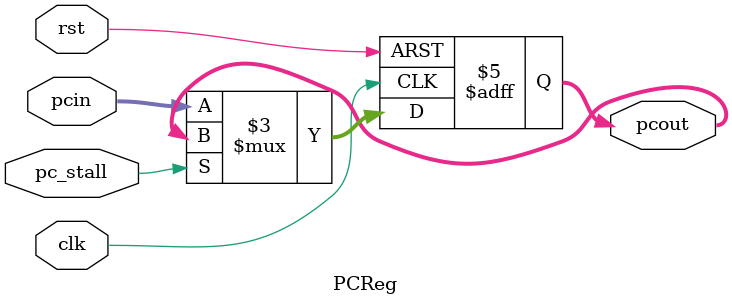
<source format=sv>
module PCReg (pcin,pcout ,clk ,pc_stall ,rst );
input [31:0]pcin;
input clk,rst,pc_stall;
output logic [31:0]pcout;
always_ff@( posedge rst , posedge clk) begin
  if (rst) 
    pcout<= 32'd0;
  else if(~pc_stall)
    pcout<= pcin;
  end
endmodule

</source>
